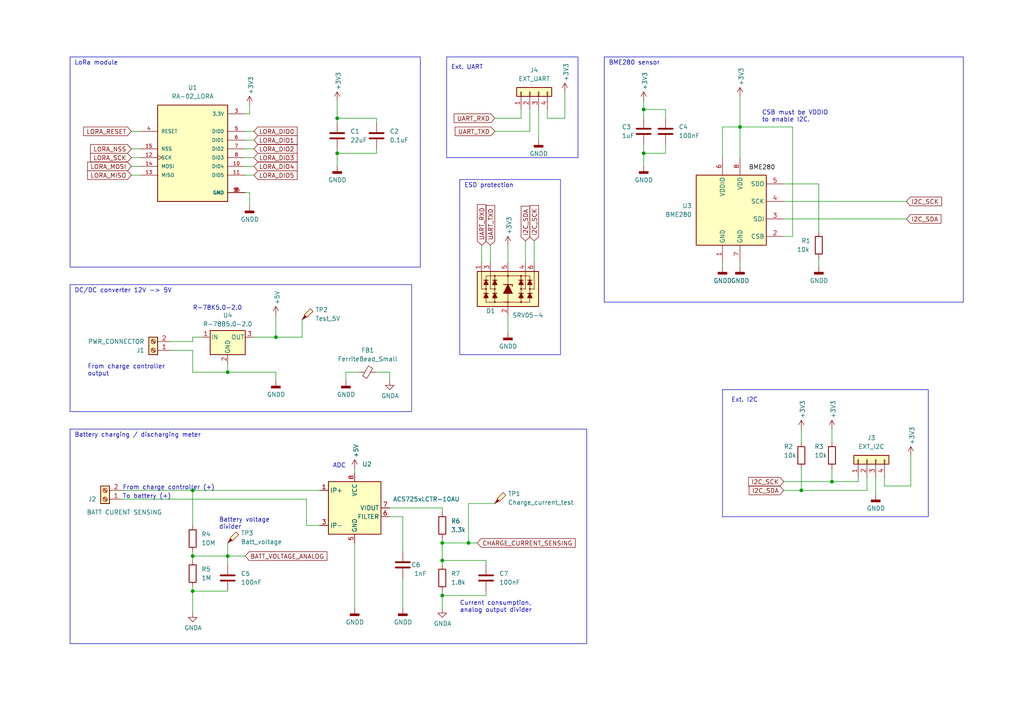
<source format=kicad_sch>
(kicad_sch (version 20230121) (generator eeschema)
  (paper "A4")
  (lib_symbols
    (symbol "Connector:Screw_Terminal_01x02" (pin_names (offset 1.016) hide)
      (property "Reference" "J" (at 0 2.54 0))
      (property "Value" "Screw_Terminal_01x02" (at 0 -5.08 0))
      (symbol "Screw_Terminal_01x02_1_1"
        (rectangle (start -1.27 1.27) (end 1.27 -3.81) (stroke (width 0.254)) (fill (type background)))
        (circle (center 0 -2.54) (radius 0.635) (stroke (width 0.1524)))
        (polyline (pts (xy -0.5334 -2.2098) (xy 0.3302 -3.048)) (stroke (width 0.1524)))
        (polyline (pts (xy -0.5334 0.3302) (xy 0.3302 -0.508)) (stroke (width 0.1524)))
        (polyline (pts (xy -0.3556 -2.032) (xy 0.508 -2.8702)) (stroke (width 0.1524)))
        (polyline (pts (xy -0.3556 0.508) (xy 0.508 -0.3302)) (stroke (width 0.1524)))
        (circle (center 0 0) (radius 0.635) (stroke (width 0.1524)))
        (pin passive line (at -5.08 0 0) (length 3.81) (name "Pin_1") (number "1"))
        (pin passive line (at -5.08 -2.54 0) (length 3.81) (name "Pin_2") (number "2"))
      )
    )
    (symbol "Connector:TestPoint_Probe" (pin_numbers hide) (pin_names (offset 0.762) hide)
      (property "Reference" "TP" (at 1.651 5.842 0))
      (property "Value" "TestPoint_Probe" (at 1.651 4.064 0))
      (symbol "TestPoint_Probe_0_1"
        (polyline (pts (xy 1.27 0.762) (xy 0 0) (xy 0.762 1.27) (xy 1.27 0.762)) (fill (type outline)))
        (polyline (pts (xy 1.397 0.635) (xy 0.635 1.397) (xy 2.413 3.175) (xy 3.175 2.413) (xy 1.397 0.635)) (fill (type background)))
      )
      (symbol "TestPoint_Probe_1_1"
        (pin passive line (at 0 0 90) (length 0) (name "1") (number "1"))
      )
    )
    (symbol "Connector_Generic:Conn_01x04" (pin_names (offset 1.016) hide)
      (property "Reference" "J" (at 0 5.08 0))
      (property "Value" "Conn_01x04" (at 0 -7.62 0))
      (symbol "Conn_01x04_1_1"
        (rectangle (start -1.27 -4.953) (end 0 -5.207) (stroke (width 0.1524)))
        (rectangle (start -1.27 -2.413) (end 0 -2.667) (stroke (width 0.1524)))
        (rectangle (start -1.27 0.127) (end 0 -0.127) (stroke (width 0.1524)))
        (rectangle (start -1.27 2.667) (end 0 2.413) (stroke (width 0.1524)))
        (rectangle (start -1.27 3.81) (end 1.27 -6.35) (stroke (width 0.254)) (fill (type background)))
        (pin passive line (at -5.08 2.54 0) (length 3.81) (name "Pin_1") (number "1"))
        (pin passive line (at -5.08 0 0) (length 3.81) (name "Pin_2") (number "2"))
        (pin passive line (at -5.08 -2.54 0) (length 3.81) (name "Pin_3") (number "3"))
        (pin passive line (at -5.08 -5.08 0) (length 3.81) (name "Pin_4") (number "4"))
      )
    )
    (symbol "Device:C" (pin_numbers hide) (pin_names (offset 0.254))
      (property "Reference" "C" (at 0.635 2.54 0))
      (property "Value" "C" (at 0.635 -2.54 0))
      (symbol "C_0_1"
        (polyline (pts (xy -2.032 -0.762) (xy 2.032 -0.762)) (stroke (width 0.508)))
        (polyline (pts (xy -2.032 0.762) (xy 2.032 0.762)) (stroke (width 0.508)))
      )
      (symbol "C_1_1"
        (pin passive line (at 0 3.81 270) (length 2.794) (name "~") (number "1"))
        (pin passive line (at 0 -3.81 90) (length 2.794) (name "~") (number "2"))
      )
    )
    (symbol "Device:FerriteBead_Small" (pin_numbers hide) (pin_names (offset 0))
      (property "Reference" "FB" (at 1.905 1.27 0))
      (property "Value" "FerriteBead_Small" (at 1.905 -1.27 0))
      (symbol "FerriteBead_Small_0_1"
        (polyline (pts (xy 0 -1.27) (xy 0 -0.7874)))
        (polyline (pts (xy 0 0.889) (xy 0 1.2954)))
        (polyline (pts (xy -1.8288 0.2794) (xy -1.1176 1.4986) (xy 1.8288 -0.2032) (xy 1.1176 -1.4224) (xy -1.8288 0.2794)))
      )
      (symbol "FerriteBead_Small_1_1"
        (pin passive line (at 0 2.54 270) (length 1.27) (name "~") (number "1"))
        (pin passive line (at 0 -2.54 90) (length 1.27) (name "~") (number "2"))
      )
    )
    (symbol "Device:R" (pin_numbers hide) (pin_names (offset 0))
      (property "Reference" "R" (at 2.032 0 90))
      (property "Value" "R" (at 0 0 90))
      (symbol "R_0_1"
        (rectangle (start -1.016 -2.54) (end 1.016 2.54) (stroke (width 0.254)))
      )
      (symbol "R_1_1"
        (pin passive line (at 0 3.81 270) (length 1.27) (name "~") (number "1"))
        (pin passive line (at 0 -3.81 90) (length 1.27) (name "~") (number "2"))
      )
    )
    (symbol "PCM_Diode_TVS_AKL:SRV05-4" (pin_names (offset 1.016) hide)
      (property "Reference" "D" (at 10.16 1.27 0))
      (property "Value" "SRV05-4" (at 10.16 -1.27 0))
      (symbol "SRV05-4_0_1"
        (rectangle (start -8.89 5.08) (end 8.89 -5.08) (stroke (width 0.254)) (fill (type background)))
        (circle (center -3.81 0) (radius 0.1778) (fill (type outline)))
        (polyline (pts (xy -5.715 -1.27) (xy -6.985 -1.27)) (stroke (width 0.254)))
        (polyline (pts (xy -5.715 2.54) (xy -6.985 2.54)) (stroke (width 0.254)))
        (polyline (pts (xy -5.08 0) (xy -5.08 5.08)))
        (polyline (pts (xy -3.81 -1.27) (xy -3.81 1.27)))
        (polyline (pts (xy -3.81 0) (xy -5.08 0)))
        (polyline (pts (xy -3.175 -1.27) (xy -4.445 -1.27)) (stroke (width 0.254)))
        (polyline (pts (xy -3.175 2.54) (xy -4.445 2.54)) (stroke (width 0.254)))
        (polyline (pts (xy 0 -1.27) (xy 0 -5.08)))
        (polyline (pts (xy 0 1.27) (xy 0 5.08)) (stroke (width 0.1524)))
        (polyline (pts (xy 3.81 -1.27) (xy 3.81 1.27)))
        (polyline (pts (xy 3.81 0) (xy 5.08 0)))
        (polyline (pts (xy 3.81 3.81) (xy 6.35 3.81)) (stroke (width 0.1524)))
        (polyline (pts (xy 4.445 -1.27) (xy 3.175 -1.27)) (stroke (width 0.254)))
        (polyline (pts (xy 4.445 2.54) (xy 3.175 2.54)) (stroke (width 0.254)))
        (polyline (pts (xy 5.08 0) (xy 5.08 5.08)))
        (polyline (pts (xy 6.35 3.81) (xy 6.35 -3.81)) (stroke (width 0.1524)))
        (polyline (pts (xy 6.985 -1.27) (xy 5.715 -1.27)) (stroke (width 0.254)))
        (polyline (pts (xy 6.985 2.54) (xy 5.715 2.54)) (stroke (width 0.254)))
        (polyline (pts (xy 6.35 -3.81) (xy -1.27 -3.81) (xy 0 -3.81)) (stroke (width 0.1524)))
        (polyline (pts (xy -6.35 -1.27) (xy -5.715 -2.54) (xy -6.985 -2.54) (xy -6.35 -1.27)) (stroke (width 0.254)) (fill (type outline)))
        (polyline (pts (xy -6.35 2.54) (xy -5.715 1.27) (xy -6.985 1.27) (xy -6.35 2.54)) (stroke (width 0.254)) (fill (type outline)))
        (polyline (pts (xy -3.81 -1.27) (xy -3.175 -2.54) (xy -4.445 -2.54) (xy -3.81 -1.27)) (stroke (width 0.254)) (fill (type outline)))
        (polyline (pts (xy -3.81 2.54) (xy -3.81 3.81) (xy 3.81 3.81) (xy 3.81 2.54)))
        (polyline (pts (xy -3.81 2.54) (xy -3.175 1.27) (xy -4.445 1.27) (xy -3.81 2.54)) (stroke (width 0.254)) (fill (type outline)))
        (polyline (pts (xy 0 -3.81) (xy -6.35 -3.81) (xy -6.35 3.81) (xy -3.81 3.81)))
        (polyline (pts (xy 3.81 -1.27) (xy 4.445 -2.54) (xy 3.175 -2.54) (xy 3.81 -1.27)) (stroke (width 0.254)) (fill (type outline)))
        (polyline (pts (xy 3.81 2.54) (xy 4.445 1.27) (xy 3.175 1.27) (xy 3.81 2.54)) (stroke (width 0.254)) (fill (type outline)))
        (polyline (pts (xy 6.35 -1.27) (xy 6.985 -2.54) (xy 5.715 -2.54) (xy 6.35 -1.27)) (stroke (width 0.254)) (fill (type outline)))
        (polyline (pts (xy 6.35 2.54) (xy 6.985 1.27) (xy 5.715 1.27) (xy 6.35 2.54)) (stroke (width 0.254)) (fill (type outline)))
        (circle (center 0 3.81) (radius 0.1778) (fill (type outline)))
        (circle (center 3.81 0) (radius 0.1778) (fill (type outline)))
      )
      (symbol "SRV05-4_1_1"
        (circle (center -6.35 0) (radius 0.1778) (fill (type outline)))
        (circle (center -3.81 -3.81) (radius 0.1778) (fill (type outline)))
        (circle (center -3.81 3.81) (radius 0.1778) (fill (type outline)))
        (circle (center 0 -3.81) (radius 0.1778) (fill (type outline)))
        (polyline (pts (xy -7.62 0) (xy -7.62 5.08)))
        (polyline (pts (xy -6.35 0) (xy -7.62 0)))
        (polyline (pts (xy -3.81 -3.81) (xy -3.81 -1.27)))
        (polyline (pts (xy -3.81 1.27) (xy -3.81 3.81)))
        (polyline (pts (xy -1.27 1.27) (xy 1.27 1.27)) (stroke (width 0.254)))
        (polyline (pts (xy 0 -1.27) (xy 0 1.27)))
        (polyline (pts (xy 1.27 1.27) (xy 1.27 0.762)) (stroke (width 0.254)))
        (polyline (pts (xy 3.81 -3.81) (xy 3.81 -1.27)))
        (polyline (pts (xy 3.81 1.27) (xy 3.81 3.81)))
        (polyline (pts (xy 6.35 0) (xy 7.62 0)))
        (polyline (pts (xy 7.62 0) (xy 7.62 5.08)))
        (polyline (pts (xy 1.27 -1.27) (xy -1.27 -1.27) (xy 0 1.27) (xy 1.27 -1.27)) (stroke (width 0.254)) (fill (type outline)))
        (circle (center 3.81 -3.81) (radius 0.1778) (fill (type outline)))
        (circle (center 3.81 3.81) (radius 0.1778) (fill (type outline)))
        (circle (center 6.35 0) (radius 0.1778) (fill (type outline)))
        (pin passive line (at -7.62 7.62 270) (length 2.54) (name "L1") (number "1"))
        (pin passive line (at 0 -7.62 90) (length 2.54) (name "VN") (number "2"))
        (pin passive line (at -5.08 7.62 270) (length 2.54) (name "L2") (number "3"))
        (pin passive line (at 5.08 7.62 270) (length 2.54) (name "L3") (number "4"))
        (pin passive line (at 0 7.62 270) (length 2.54) (name "VP") (number "5"))
        (pin passive line (at 7.62 7.62 270) (length 2.54) (name "L4") (number "6"))
      )
    )
    (symbol "RA-02_LORA:RA-02_LORA" (pin_names (offset 1.016))
      (property "Reference" "U" (at -10.16 16.51 0))
      (property "Value" "RA-02_LORA" (at -10.16 -13.97 0))
      (symbol "RA-02_LORA_0_0"
        (rectangle (start -10.16 -12.7) (end 10.16 15.24) (stroke (width 0.254)) (fill (type background)))
        (pin power_in line (at 15.24 -10.16 180) (length 5.08) (name "GND") (number "1"))
        (pin bidirectional line (at 15.24 -2.54 180) (length 5.08) (name "DI04") (number "10"))
        (pin bidirectional line (at 15.24 -5.08 180) (length 5.08) (name "DI05") (number "11"))
        (pin input clock (at -15.24 0 0) (length 5.08) (name "SCK") (number "12"))
        (pin output line (at -15.24 -5.08 0) (length 5.08) (name "MISO") (number "13"))
        (pin input line (at -15.24 -2.54 0) (length 5.08) (name "MOSI") (number "14"))
        (pin input line (at -15.24 2.54 0) (length 5.08) (name "NSS") (number "15"))
        (pin power_in line (at 15.24 -10.16 180) (length 5.08) (name "GND") (number "16"))
        (pin power_in line (at 15.24 -10.16 180) (length 5.08) (name "GND") (number "2"))
        (pin power_in line (at 15.24 12.7 180) (length 5.08) (name "3.3V") (number "3"))
        (pin input line (at -15.24 7.62 0) (length 5.08) (name "RESET") (number "4"))
        (pin bidirectional line (at 15.24 7.62 180) (length 5.08) (name "DI00") (number "5"))
        (pin bidirectional line (at 15.24 5.08 180) (length 5.08) (name "DI01") (number "6"))
        (pin bidirectional line (at 15.24 2.54 180) (length 5.08) (name "DI02") (number "7"))
        (pin bidirectional line (at 15.24 0 180) (length 5.08) (name "DI03") (number "8"))
        (pin power_in line (at 15.24 -10.16 180) (length 5.08) (name "GND") (number "9"))
      )
    )
    (symbol "Regulator_Switching:R-78B5.0-2.0" (pin_names (offset 0.254))
      (property "Reference" "U" (at -3.81 3.175 0))
      (property "Value" "R-78B5.0-2.0" (at 0 3.175 0))
      (symbol "R-78B5.0-2.0_0_1"
        (rectangle (start -5.08 1.905) (end 5.08 -5.08) (stroke (width 0.254)) (fill (type background)))
      )
      (symbol "R-78B5.0-2.0_1_1"
        (pin power_in line (at -7.62 0 0) (length 2.54) (name "IN") (number "1"))
        (pin power_in line (at 0 -7.62 90) (length 2.54) (name "GND") (number "2"))
        (pin power_out line (at 7.62 0 180) (length 2.54) (name "OUT") (number "3"))
      )
    )
    (symbol "Sensor:BME280"
      (property "Reference" "U" (at -8.89 11.43 0))
      (property "Value" "BME280" (at 7.62 11.43 0))
      (symbol "BME280_0_1"
        (rectangle (start -10.16 10.16) (end 10.16 -10.16) (stroke (width 0.254)) (fill (type background)))
      )
      (symbol "BME280_1_1"
        (pin power_in line (at -2.54 -15.24 90) (length 5.08) (name "GND") (number "1"))
        (pin input line (at 15.24 -7.62 180) (length 5.08) (name "CSB") (number "2"))
        (pin bidirectional line (at 15.24 -2.54 180) (length 5.08) (name "SDI") (number "3"))
        (pin input line (at 15.24 2.54 180) (length 5.08) (name "SCK") (number "4"))
        (pin bidirectional line (at 15.24 7.62 180) (length 5.08) (name "SDO") (number "5"))
        (pin power_in line (at -2.54 15.24 270) (length 5.08) (name "VDDIO") (number "6"))
        (pin power_in line (at 2.54 -15.24 90) (length 5.08) (name "GND") (number "7"))
        (pin power_in line (at 2.54 15.24 270) (length 5.08) (name "VDD") (number "8"))
      )
    )
    (symbol "Sensor_Current:ACS725xLCTR-10AU"
      (property "Reference" "U" (at 2.54 11.43 0))
      (property "Value" "ACS725xLCTR-10AU" (at 2.54 8.89 0))
      (symbol "ACS725xLCTR-10AU_0_1"
        (rectangle (start -7.62 7.62) (end 7.62 -7.62) (stroke (width 0.254)) (fill (type background)))
      )
      (symbol "ACS725xLCTR-10AU_1_1"
        (pin passive line (at -10.16 5.08 0) (length 2.54) (name "IP+") (number "1"))
        (pin passive line (at -10.16 5.08 0) (length 2.54) hide (name "IP+") (number "2"))
        (pin passive line (at -10.16 -5.08 0) (length 2.54) (name "IP-") (number "3"))
        (pin passive line (at -10.16 -5.08 0) (length 2.54) hide (name "IP-") (number "4"))
        (pin power_in line (at 0 -10.16 90) (length 2.54) (name "GND") (number "5"))
        (pin passive line (at 10.16 -2.54 180) (length 2.54) (name "FILTER") (number "6"))
        (pin output line (at 10.16 0 180) (length 2.54) (name "VIOUT") (number "7"))
        (pin power_in line (at 0 10.16 270) (length 2.54) (name "VCC") (number "8"))
      )
    )
    (symbol "power:+3.3V" (power) (pin_names (offset 0))
      (property "Value" "+3.3V" (at 0 3.556 0))
      (symbol "+3.3V_0_1"
        (polyline (pts (xy -0.762 1.27) (xy 0 2.54)))
        (polyline (pts (xy 0 0) (xy 0 2.54)))
        (polyline (pts (xy 0 2.54) (xy 0.762 1.27)))
      )
      (symbol "+3.3V_1_1"
        (pin power_in line (at 0 0 90) (length 0) hide (name "+3V3") (number "1"))
      )
    )
    (symbol "power:+5V" (power) (pin_names (offset 0))
      (property "Value" "+5V" (at 0 3.556 0))
      (symbol "+5V_0_1"
        (polyline (pts (xy -0.762 1.27) (xy 0 2.54)))
        (polyline (pts (xy 0 0) (xy 0 2.54)))
        (polyline (pts (xy 0 2.54) (xy 0.762 1.27)))
      )
      (symbol "+5V_1_1"
        (pin power_in line (at 0 0 90) (length 0) hide (name "+5V") (number "1"))
      )
    )
    (symbol "power:GNDA" (power) (pin_names (offset 0))
      (property "Value" "GNDA" (at 0 -3.81 0))
      (symbol "GNDA_0_1"
        (polyline (pts (xy 0 0) (xy 0 -1.27) (xy 1.27 -1.27) (xy 0 -2.54) (xy -1.27 -1.27) (xy 0 -1.27)))
      )
      (symbol "GNDA_1_1"
        (pin power_in line (at 0 0 270) (length 0) hide (name "GNDA") (number "1"))
      )
    )
    (symbol "power:GNDD" (power) (pin_names (offset 0))
      (property "Value" "GNDD" (at 0 -3.175 0))
      (symbol "GNDD_0_1"
        (rectangle (start -1.27 -1.524) (end 1.27 -2.032) (stroke (width 0.254)) (fill (type outline)))
        (polyline (pts (xy 0 0) (xy 0 -1.524)))
      )
      (symbol "GNDD_1_1"
        (pin power_in line (at 0 0 270) (length 0) hide (name "GNDD") (number "1"))
      )
    )
  )
  (junction (at 186.69 44.45))
  (junction (at 214.63 36.83))
  (junction (at 135.89 157.48))
  (junction (at 55.88 161.29))
  (junction (at 80.01 97.79))
  (junction (at 55.88 142.24))
  (junction (at 55.88 171.45))
  (junction (at 241.3 139.7))
  (junction (at 186.69 31.75))
  (junction (at 97.79 34.29))
  (junction (at 232.41 142.24))
  (junction (at 128.27 157.48))
  (junction (at 128.27 162.56))
  (junction (at 66.04 161.29))
  (junction (at 66.04 107.95))
  (junction (at 128.27 172.72))
  (junction (at 97.79 44.45))
  (wire (pts (xy 38.1 48.26) (xy 40.64 48.26)))
  (wire (pts (xy 55.88 161.29) (xy 66.04 161.29)))
  (wire (pts (xy 55.88 170.18) (xy 55.88 171.45)))
  (wire (pts (xy 38.1 38.1) (xy 40.64 38.1)))
  (wire (pts (xy 80.01 91.44) (xy 80.01 97.79)))
  (wire (pts (xy 55.88 171.45) (xy 55.88 177.8)))
  (wire (pts (xy 209.55 36.83) (xy 214.63 36.83)))
  (wire (pts (xy 116.84 167.64) (xy 116.84 176.53)))
  (wire (pts (xy 128.27 172.72) (xy 128.27 176.53)))
  (wire (pts (xy 109.22 43.18) (xy 109.22 44.45)))
  (wire (pts (xy 135.89 146.05) (xy 135.89 157.48)))
  (wire (pts (xy 237.49 74.93) (xy 237.49 77.47)))
  (wire (pts (xy 55.88 101.6) (xy 55.88 107.95)))
  (wire (pts (xy 128.27 147.32) (xy 128.27 148.59)))
  (wire (pts (xy 66.04 105.41) (xy 66.04 107.95)))
  (wire (pts (xy 88.9 152.4) (xy 88.9 144.78)))
  (wire (pts (xy 214.63 36.83) (xy 214.63 45.72)))
  (wire (pts (xy 128.27 157.48) (xy 135.89 157.48)))
  (wire (pts (xy 227.33 58.42) (xy 262.89 58.42)))
  (wire (pts (xy 66.04 161.29) (xy 71.12 161.29)))
  (wire (pts (xy 248.92 139.7) (xy 241.3 139.7)))
  (wire (pts (xy 66.04 161.29) (xy 66.04 163.83)))
  (wire (pts (xy 135.89 157.48) (xy 138.43 157.48)))
  (wire (pts (xy 80.01 107.95) (xy 80.01 110.49)))
  (wire (pts (xy 100.33 107.95) (xy 104.14 107.95)))
  (wire (pts (xy 128.27 157.48) (xy 128.27 162.56)))
  (wire (pts (xy 97.79 35.56) (xy 97.79 34.29)))
  (wire (pts (xy 227.33 53.34) (xy 237.49 53.34)))
  (wire (pts (xy 113.03 147.32) (xy 128.27 147.32)))
  (wire (pts (xy 186.69 31.75) (xy 193.04 31.75)))
  (wire (pts (xy 35.56 144.78) (xy 88.9 144.78)))
  (wire (pts (xy 49.53 101.6) (xy 55.88 101.6)))
  (wire (pts (xy 193.04 34.29) (xy 193.04 31.75)))
  (wire (pts (xy 128.27 172.72) (xy 140.97 172.72)))
  (wire (pts (xy 97.79 34.29) (xy 109.22 34.29)))
  (wire (pts (xy 209.55 45.72) (xy 209.55 36.83)))
  (wire (pts (xy 241.3 135.89) (xy 241.3 139.7)))
  (wire (pts (xy 87.63 92.71) (xy 87.63 97.79)))
  (wire (pts (xy 71.12 45.72) (xy 73.66 45.72)))
  (wire (pts (xy 49.53 99.06) (xy 55.88 99.06)))
  (wire (pts (xy 237.49 53.34) (xy 237.49 67.31)))
  (wire (pts (xy 232.41 142.24) (xy 251.46 142.24)))
  (wire (pts (xy 97.79 29.21) (xy 97.79 34.29)))
  (wire (pts (xy 186.69 41.91) (xy 186.69 44.45)))
  (wire (pts (xy 241.3 139.7) (xy 227.33 139.7)))
  (wire (pts (xy 113.03 149.86) (xy 116.84 149.86)))
  (wire (pts (xy 128.27 162.56) (xy 140.97 162.56)))
  (wire (pts (xy 264.16 132.08) (xy 264.16 140.97)))
  (wire (pts (xy 229.87 36.83) (xy 214.63 36.83)))
  (wire (pts (xy 151.13 34.29) (xy 143.51 34.29)))
  (wire (pts (xy 55.88 142.24) (xy 55.88 152.4)))
  (wire (pts (xy 143.51 38.1) (xy 153.67 38.1)))
  (wire (pts (xy 163.83 26.67) (xy 163.83 34.29)))
  (wire (pts (xy 214.63 77.47) (xy 214.63 76.2)))
  (wire (pts (xy 264.16 140.97) (xy 256.54 140.97)))
  (wire (pts (xy 87.63 97.79) (xy 80.01 97.79)))
  (wire (pts (xy 151.13 31.75) (xy 151.13 34.29)))
  (wire (pts (xy 128.27 162.56) (xy 128.27 163.83)))
  (wire (pts (xy 186.69 44.45) (xy 186.69 48.26)))
  (wire (pts (xy 128.27 156.21) (xy 128.27 157.48)))
  (wire (pts (xy 71.12 40.64) (xy 73.66 40.64)))
  (wire (pts (xy 55.88 171.45) (xy 66.04 171.45)))
  (wire (pts (xy 66.04 107.95) (xy 80.01 107.95)))
  (wire (pts (xy 128.27 171.45) (xy 128.27 172.72)))
  (wire (pts (xy 55.88 107.95) (xy 66.04 107.95)))
  (wire (pts (xy 139.7 71.12) (xy 139.7 76.2)))
  (wire (pts (xy 154.94 69.85) (xy 154.94 76.2)))
  (wire (pts (xy 55.88 99.06) (xy 55.88 97.79)))
  (wire (pts (xy 153.67 38.1) (xy 153.67 31.75)))
  (wire (pts (xy 66.04 157.48) (xy 66.04 161.29)))
  (wire (pts (xy 113.03 107.95) (xy 113.03 110.49)))
  (wire (pts (xy 35.56 142.24) (xy 55.88 142.24)))
  (wire (pts (xy 71.12 38.1) (xy 73.66 38.1)))
  (wire (pts (xy 71.12 55.88) (xy 72.39 55.88)))
  (wire (pts (xy 229.87 68.58) (xy 229.87 36.83)))
  (wire (pts (xy 186.69 31.75) (xy 186.69 34.29)))
  (wire (pts (xy 109.22 34.29) (xy 109.22 35.56)))
  (wire (pts (xy 73.66 97.79) (xy 80.01 97.79)))
  (wire (pts (xy 97.79 44.45) (xy 109.22 44.45)))
  (wire (pts (xy 186.69 44.45) (xy 193.04 44.45)))
  (wire (pts (xy 147.32 91.44) (xy 147.32 96.52)))
  (wire (pts (xy 72.39 33.02) (xy 72.39 30.48)))
  (wire (pts (xy 38.1 43.18) (xy 40.64 43.18)))
  (wire (pts (xy 55.88 142.24) (xy 92.71 142.24)))
  (wire (pts (xy 251.46 142.24) (xy 251.46 138.43)))
  (wire (pts (xy 97.79 44.45) (xy 97.79 48.26)))
  (wire (pts (xy 55.88 97.79) (xy 58.42 97.79)))
  (wire (pts (xy 140.97 171.45) (xy 140.97 172.72)))
  (wire (pts (xy 256.54 140.97) (xy 256.54 138.43)))
  (wire (pts (xy 71.12 48.26) (xy 73.66 48.26)))
  (wire (pts (xy 227.33 142.24) (xy 232.41 142.24)))
  (wire (pts (xy 100.33 110.49) (xy 100.33 107.95)))
  (wire (pts (xy 209.55 77.47) (xy 209.55 76.2)))
  (wire (pts (xy 38.1 50.8) (xy 40.64 50.8)))
  (wire (pts (xy 152.4 69.85) (xy 152.4 76.2)))
  (wire (pts (xy 156.21 31.75) (xy 156.21 40.64)))
  (wire (pts (xy 248.92 138.43) (xy 248.92 139.7)))
  (wire (pts (xy 193.04 41.91) (xy 193.04 44.45)))
  (wire (pts (xy 109.22 107.95) (xy 113.03 107.95)))
  (wire (pts (xy 92.71 152.4) (xy 88.9 152.4)))
  (wire (pts (xy 140.97 163.83) (xy 140.97 162.56)))
  (wire (pts (xy 55.88 161.29) (xy 55.88 162.56)))
  (wire (pts (xy 241.3 124.46) (xy 241.3 128.27)))
  (wire (pts (xy 102.87 135.89) (xy 102.87 137.16)))
  (wire (pts (xy 163.83 34.29) (xy 158.75 34.29)))
  (wire (pts (xy 232.41 124.46) (xy 232.41 128.27)))
  (wire (pts (xy 232.41 142.24) (xy 232.41 135.89)))
  (wire (pts (xy 227.33 63.5) (xy 262.89 63.5)))
  (wire (pts (xy 214.63 27.94) (xy 214.63 36.83)))
  (wire (pts (xy 227.33 68.58) (xy 229.87 68.58)))
  (wire (pts (xy 254 138.43) (xy 254 143.51)))
  (wire (pts (xy 143.51 146.05) (xy 135.89 146.05)))
  (wire (pts (xy 147.32 71.12) (xy 147.32 76.2)))
  (wire (pts (xy 71.12 33.02) (xy 72.39 33.02)))
  (wire (pts (xy 102.87 157.48) (xy 102.87 176.53)))
  (wire (pts (xy 38.1 45.72) (xy 40.64 45.72)))
  (wire (pts (xy 71.12 50.8) (xy 73.66 50.8)))
  (wire (pts (xy 142.24 71.12) (xy 142.24 76.2)))
  (wire (pts (xy 72.39 55.88) (xy 72.39 59.69)))
  (wire (pts (xy 158.75 34.29) (xy 158.75 31.75)))
  (wire (pts (xy 186.69 29.21) (xy 186.69 31.75)))
  (wire (pts (xy 97.79 43.18) (xy 97.79 44.45)))
  (wire (pts (xy 116.84 149.86) (xy 116.84 160.02)))
  (wire (pts (xy 71.12 43.18) (xy 73.66 43.18)))
  (wire (pts (xy 55.88 160.02) (xy 55.88 161.29)))
  (rectangle (start 20.32 16.51) (end 121.92 77.47))
  (rectangle (start 209.55 113.03) (end 269.24 149.86))
  (rectangle (start 20.32 82.55) (end 119.38 119.38))
  (rectangle (start 129.54 16.51) (end 167.64 45.72))
  (rectangle (start 175.26 16.51) (end 279.4 87.63))
  (rectangle (start 133.35 52.07) (end 162.56 102.87))
  (rectangle (start 20.32 124.46) (end 170.18 186.69))
  (text "BME280 sensor" (at 176.53 19.05 0) (effects (font (size 1.27 1.27)) (justify left bottom)))
  (text "Ext. I2C" (at 212.09 116.84 0) (effects (font (size 1.27 1.27)) (justify left bottom)))
  (text "R-78K5.0-2.0" (at 55.88 90.17 0) (effects (font (size 1.27 1.27)) (justify left bottom)))
  (text "From charge controller (+)" (at 35.56 142.24 0) (effects (font (size 1.27 1.27)) (justify left bottom)))
  (text "Ext. UART" (at 130.81 20.32 0) (effects (font (size 1.27 1.27)) (justify left bottom)))
  (text "ADC" (at 96.52 135.89 0) (effects (font (size 1.27 1.27)) (justify left bottom)))
  (text "ESD protection" (at 134.62 54.61 0) (effects (font (size 1.27 1.27)) (justify left bottom)))
  (text "Battery voltage\ndivider\n" (at 63.5 153.67 0) (effects (font (size 1.27 1.27)) (justify left bottom)))
  (text "Current consumption,\nanalog output divider\n" (at 133.35 177.8 0) (effects (font (size 1.27 1.27)) (justify left bottom)))
  (text "DC/DC converter 12V -> 5V" (at 21.59 85.09 0) (effects (font (size 1.27 1.27)) (justify left bottom)))
  (text "To battery (+)" (at 35.56 144.78 0) (effects (font (size 1.27 1.27)) (justify left bottom)))
  (text "LoRa module" (at 21.59 19.05 0) (effects (font (size 1.27 1.27)) (justify left bottom)))
  (text "CSB must be VDDIO\nto enable I2C." (at 220.98 35.56 0) (effects (font (size 1.27 1.27)) (justify left bottom)))
  (text "From charge controller\noutput" (at 25.4 109.22 0) (effects (font (size 1.27 1.27)) (justify left bottom)))
  (text "Battery charging / discharging meter" (at 21.59 127 0) (effects (font (size 1.27 1.27)) (justify left bottom)))
  (label "BME280" (at 217.17 49.53 0))
  (global_label "UART_TXD" (shape input) (at 143.51 38.1 180) (property "Intersheetrefs" "${INTERSHEET_REFS}" (effects hide)))
  (global_label "I2C_SDA" (shape input) (at 227.33 142.24 180) (property "Intersheetrefs" "${INTERSHEET_REFS}" (effects hide)))
  (global_label "LORA_MISO" (shape input) (at 38.1 50.8 180) (property "Intersheetrefs" "${INTERSHEET_REFS}" (effects hide)))
  (global_label "BATT_VOLTAGE_ANALOG" (shape input) (at 71.12 161.29 0) (property "Intersheetrefs" "${INTERSHEET_REFS}" (effects hide)))
  (global_label "LORA_DIO2" (shape input) (at 73.66 43.18 0) (property "Intersheetrefs" "${INTERSHEET_REFS}" (effects hide)))
  (global_label "I2C_SDA" (shape input) (at 152.4 69.85 90) (property "Intersheetrefs" "${INTERSHEET_REFS}" (effects hide)))
  (global_label "LORA_NSS" (shape input) (at 38.1 43.18 180) (property "Intersheetrefs" "${INTERSHEET_REFS}" (effects hide)))
  (global_label "LORA_DIO3" (shape input) (at 73.66 45.72 0) (property "Intersheetrefs" "${INTERSHEET_REFS}" (effects hide)))
  (global_label "I2C_SCK" (shape input) (at 262.89 58.42 0) (property "Intersheetrefs" "${INTERSHEET_REFS}" (effects hide)))
  (global_label "LORA_DIO0" (shape input) (at 73.66 38.1 0) (property "Intersheetrefs" "${INTERSHEET_REFS}" (effects hide)))
  (global_label "LORA_DIO5" (shape input) (at 73.66 50.8 0) (property "Intersheetrefs" "${INTERSHEET_REFS}" (effects hide)))
  (global_label "CHARGE_CURRENT_SENSING" (shape input) (at 138.43 157.48 0) (property "Intersheetrefs" "${INTERSHEET_REFS}" (effects hide)))
  (global_label "I2C_SDA" (shape input) (at 262.89 63.5 0) (property "Intersheetrefs" "${INTERSHEET_REFS}" (effects hide)))
  (global_label "I2C_SCK" (shape input) (at 227.33 139.7 180) (property "Intersheetrefs" "${INTERSHEET_REFS}" (effects hide)))
  (global_label "UART_TXD" (shape input) (at 142.24 71.12 90) (property "Intersheetrefs" "${INTERSHEET_REFS}" (effects hide)))
  (global_label "LORA_RESET" (shape input) (at 38.1 38.1 180) (property "Intersheetrefs" "${INTERSHEET_REFS}" (effects hide)))
  (global_label "LORA_SCK" (shape input) (at 38.1 45.72 180) (property "Intersheetrefs" "${INTERSHEET_REFS}" (effects hide)))
  (global_label "UART_RXD" (shape input) (at 143.51 34.29 180) (property "Intersheetrefs" "${INTERSHEET_REFS}" (effects hide)))
  (global_label "UART_RXD" (shape input) (at 139.7 71.12 90) (property "Intersheetrefs" "${INTERSHEET_REFS}" (effects hide)))
  (global_label "LORA_MOSI" (shape input) (at 38.1 48.26 180) (property "Intersheetrefs" "${INTERSHEET_REFS}" (effects hide)))
  (global_label "LORA_DIO4" (shape input) (at 73.66 48.26 0) (property "Intersheetrefs" "${INTERSHEET_REFS}" (effects hide)))
  (global_label "I2C_SCK" (shape input) (at 154.94 69.85 90) (property "Intersheetrefs" "${INTERSHEET_REFS}" (effects hide)))
  (global_label "LORA_DIO1" (shape input) (at 73.66 40.64 0) (property "Intersheetrefs" "${INTERSHEET_REFS}" (effects hide)))
  (symbol (lib_id "power:+3.3V") (at 97.79 29.21 0) (unit 1)
    (property "Reference" "#PWR010" (effects hide))
    (property "Value" "+3V3" (at 98.1456 26.162 90) (effects (justify left)))
  )
  (symbol (lib_id "power:GNDD") (at 209.55 77.47 0) (unit 1)
    (property "Reference" "#PWR014" (effects hide))
    (property "Value" "GNDD" (at 209.6008 81.4134 0))
  )
  (symbol (lib_id "Device:R") (at 241.3 132.08 0) (unit 1)
    (property "Reference" "R3" (at 236.22 129.54 0) (effects (justify left)))
    (property "Value" "10k" (at 236.22 132.08 0) (effects (justify left)))
    (property "Footprint" "Resistor_SMD:R_0603_1608Metric" (effects hide))
  )
  (symbol (lib_id "power:GNDD") (at 147.32 96.52 0) (unit 1)
    (property "Reference" "#PWR032" (effects hide))
    (property "Value" "GNDD" (at 147.3708 100.4634 0))
  )
  (symbol (lib_id "power:GNDD") (at 237.49 77.47 0) (unit 1)
    (property "Reference" "#PWR017" (effects hide))
    (property "Value" "GNDD" (at 237.5408 81.4134 0))
  )
  (symbol (lib_id "Device:C") (at 116.84 163.83 0) (unit 1)
    (property "Reference" "C6" (at 120.65 163.83 0))
    (property "Value" "1nF" (at 121.92 166.37 0))
    (property "Footprint" "Capacitor_SMD:C_0603_1608Metric" (effects hide))
  )
  (symbol (lib_id "Device:R") (at 128.27 167.64 0) (unit 1)
    (property "Reference" "R7" (at 130.81 166.37 0) (effects (justify left)))
    (property "Value" "1.8k" (at 130.81 168.91 0) (effects (justify left)))
    (property "Footprint" "Resistor_SMD:R_0603_1608Metric" (effects hide))
  )
  (symbol (lib_id "power:GNDD") (at 156.21 40.64 0) (unit 1)
    (property "Reference" "#PWR030" (effects hide))
    (property "Value" "GNDD" (at 156.2608 44.5834 0))
  )
  (symbol (lib_id "Device:R") (at 128.27 152.4 0) (unit 1)
    (property "Reference" "R6" (at 130.81 151.13 0) (effects (justify left)))
    (property "Value" "3.3k" (at 130.81 153.67 0) (effects (justify left)))
    (property "Footprint" "Resistor_SMD:R_0603_1608Metric" (effects hide))
  )
  (symbol (lib_id "power:+3.3V") (at 186.69 29.21 0) (unit 1)
    (property "Reference" "#PWR025" (effects hide))
    (property "Value" "+3V3" (at 187.0456 26.162 90) (effects (justify left)))
  )
  (symbol (lib_id "power:+5V") (at 80.01 91.44 0) (unit 1)
    (property "Reference" "#PWR012" (effects hide))
    (property "Value" "+5V" (at 80.391 88.392 90) (effects (justify left)))
  )
  (symbol (lib_id "power:+3.3V") (at 241.3 124.46 0) (unit 1)
    (property "Reference" "#PWR020" (effects hide))
    (property "Value" "+3V3" (at 241.6556 121.412 90) (effects (justify left)))
  )
  (symbol (lib_id "Sensor:BME280") (at 212.09 60.96 0) (unit 1)
    (property "Reference" "U3" (at 200.66 59.69 0) (effects (justify right)))
    (property "Value" "BME280" (at 200.66 62.23 0) (effects (justify right)))
    (property "Footprint" "Package_LGA:Bosch_LGA-8_2.5x2.5mm_P0.65mm_ClockwisePinNumbering" (effects hide))
    (property "Datasheet" "https://www.bosch-sensortec.com/media/boschsensortec/downloads/datasheets/bst-bme280-ds002.pdf" (effects hide))
  )
  (symbol (lib_id "power:+3.3V") (at 72.39 30.48 0) (unit 1)
    (property "Reference" "#PWR022" (effects hide))
    (property "Value" "+3V3" (at 72.7456 27.432 90) (effects (justify left)))
  )
  (symbol (lib_id "power:GNDA") (at 128.27 176.53 0) (unit 1)
    (property "Reference" "#PWR05" (effects hide))
    (property "Value" "GNDA" (at 128.3843 180.8544 0))
  )
  (symbol (lib_id "power:GNDD") (at 254 143.51 0) (unit 1)
    (property "Reference" "#PWR029" (effects hide))
    (property "Value" "GNDD" (at 254.0508 147.4534 0))
  )
  (symbol (lib_id "power:+3.3V") (at 264.16 132.08 0) (unit 1)
    (property "Reference" "#PWR028" (effects hide))
    (property "Value" "+3V3" (at 264.5156 129.032 90) (effects (justify left)))
  )
  (symbol (lib_id "Connector:TestPoint_Probe") (at 66.04 157.48 0) (unit 1)
    (property "Reference" "TP3" (at 69.85 154.6225 0) (effects (justify left)))
    (property "Value" "Batt_voltage" (at 69.85 157.1625 0) (effects (justify left)))
    (property "Footprint" "TestPoint:TestPoint_Pad_D1.5mm" (effects hide))
  )
  (symbol (lib_id "Connector:TestPoint_Probe") (at 143.51 146.05 0) (unit 1)
    (property "Reference" "TP1" (at 147.32 143.1925 0) (effects (justify left)))
    (property "Value" "Charge_current_test" (at 147.32 145.7325 0) (effects (justify left)))
    (property "Footprint" "TestPoint:TestPoint_Pad_D1.5mm" (effects hide))
  )
  (symbol (lib_id "power:GNDD") (at 214.63 77.47 0) (unit 1)
    (property "Reference" "#PWR015" (effects hide))
    (property "Value" "GNDD" (at 214.6808 81.4134 0))
  )
  (symbol (lib_id "Device:C") (at 109.22 39.37 0) (unit 1)
    (property "Reference" "C2" (at 113.03 38.1 0) (effects (justify left)))
    (property "Value" "0.1uF" (at 113.03 40.64 0) (effects (justify left)))
    (property "Footprint" "Capacitor_SMD:C_0603_1608Metric" (effects hide))
  )
  (symbol (lib_id "power:GNDD") (at 72.39 59.69 0) (unit 1)
    (property "Reference" "#PWR023" (effects hide))
    (property "Value" "GNDD" (at 72.4408 63.6334 0))
  )
  (symbol (lib_id "Device:C") (at 97.79 39.37 0) (unit 1)
    (property "Reference" "C1" (at 101.6 38.1 0) (effects (justify left)))
    (property "Value" "22uF" (at 101.6 40.64 0) (effects (justify left)))
    (property "Footprint" "Capacitor_SMD:C_0603_1608Metric" (effects hide))
  )
  (symbol (lib_id "Device:C") (at 140.97 167.64 0) (unit 1)
    (property "Reference" "C7" (at 144.78 166.37 0) (effects (justify left)))
    (property "Value" "100nF" (at 144.78 168.91 0) (effects (justify left)))
    (property "Footprint" "Capacitor_SMD:C_0603_1608Metric" (effects hide))
  )
  (symbol (lib_id "Device:C") (at 186.69 38.1 0) (unit 1)
    (property "Reference" "C3" (at 180.34 36.83 0) (effects (justify left)))
    (property "Value" "1uF" (at 180.34 39.37 0) (effects (justify left)))
    (property "Footprint" "Capacitor_SMD:C_0603_1608Metric" (effects hide))
  )
  (symbol (lib_id "power:GNDD") (at 102.87 176.53 0) (unit 1)
    (property "Reference" "#PWR02" (effects hide))
    (property "Value" "GNDD" (at 102.9208 180.4734 0))
  )
  (symbol (lib_id "power:GNDD") (at 116.84 176.53 0) (unit 1)
    (property "Reference" "#PWR024" (effects hide))
    (property "Value" "GNDD" (at 116.8908 180.4734 0))
  )
  (symbol (lib_id "power:+3.3V") (at 147.32 71.12 0) (unit 1)
    (property "Reference" "#PWR033" (effects hide))
    (property "Value" "+3V3" (at 147.6756 68.072 90) (effects (justify left)))
  )
  (symbol (lib_id "power:GNDA") (at 55.88 177.8 0) (unit 1)
    (property "Reference" "#PWR01" (effects hide))
    (property "Value" "GNDA" (at 55.9943 182.1244 0))
  )
  (symbol (lib_id "Regulator_Switching:R-78B5.0-2.0") (at 66.04 97.79 0) (unit 1)
    (property "Reference" "U4" (at 66.04 91.44 0))
    (property "Value" "R-78B5.0-2.0" (at 66.04 93.98 0))
    (property "Footprint" "Converter_DCDC:Converter_DCDC_RECOM_R-78HB-0.5L_THT" (effects hide))
    (property "Datasheet" "https://www.recom-power.com/pdf/Innoline/R-78Bxx-2.0.pdf" (effects hide))
  )
  (symbol (lib_id "Device:C") (at 66.04 167.64 0) (unit 1)
    (property "Reference" "C5" (at 69.85 166.37 0) (effects (justify left)))
    (property "Value" "100nF" (at 69.85 168.91 0) (effects (justify left)))
    (property "Footprint" "Capacitor_SMD:C_0603_1608Metric" (effects hide))
  )
  (symbol (lib_id "power:+3.3V") (at 163.83 26.67 0) (unit 1)
    (property "Reference" "#PWR031" (effects hide))
    (property "Value" "+3V3" (at 164.1856 23.622 90) (effects (justify left)))
  )
  (symbol (lib_id "Connector_Generic:Conn_01x04") (at 153.67 26.67 90) (unit 1)
    (property "Reference" "J4" (at 154.94 20.32 90))
    (property "Value" "EXT_UART" (at 154.94 22.86 90))
    (property "Footprint" "Connector_PinHeader_2.54mm:PinHeader_1x04_P2.54mm_Vertical" (effects hide))
  )
  (symbol (lib_id "Connector:Screw_Terminal_01x02") (at 30.48 144.78 180) (unit 1)
    (property "Reference" "J2" (at 27.94 144.78 0) (effects (justify left)))
    (property "Value" "BATT CURENT SENSING" (at 46.99 148.59 0) (effects (justify left)))
    (property "Footprint" "TerminalBlock_Phoenix:TerminalBlock_Phoenix_PT-1,5-2-3.5-H_1x02_P3.50mm_Horizontal" (effects hide))
  )
  (symbol (lib_id "Device:FerriteBead_Small") (at 106.68 107.95 90) (unit 1)
    (property "Reference" "FB1" (at 106.6419 101.6 90))
    (property "Value" "FerriteBead_Small" (at 106.6419 104.14 90))
    (property "Footprint" "PCM_Ferrite_SMD_AKL:Ferrite_0603_1608Metric" (effects hide))
  )
  (symbol (lib_id "Connector_Generic:Conn_01x04") (at 251.46 133.35 90) (unit 1)
    (property "Reference" "J3" (at 252.73 127 90))
    (property "Value" "EXT_I2C" (at 252.73 129.54 90))
    (property "Footprint" "Connector_PinHeader_2.54mm:PinHeader_1x04_P2.54mm_Vertical" (effects hide))
  )
  (symbol (lib_id "PCM_Diode_TVS_AKL:SRV05-4") (at 147.32 83.82 0) (unit 1)
    (property "Reference" "D1" (at 140.97 90.17 0) (effects (justify left)))
    (property "Value" "SRV05-4" (at 148.59 91.44 0) (effects (justify left)))
    (property "Footprint" "Package_TO_SOT_SMD:SOT-23-6" (effects hide))
    (property "Datasheet" "https://www.tme.eu/Document/92be68a8ae546e7ce666ecbdb0470493/SRV05-4.pdf" (effects hide))
    (property "Link" "https://www.mouser.pl/ProductDetail/Semtech/SRV05-4.TCT?qs=rBWM4%252BvDhIe0tfPjqKjR5Q%3D%3D" (effects hide))
    (property "Symbol" "SRV05-4.TCT" (effects hide))
  )
  (symbol (lib_id "RA-02_LORA:RA-02_LORA") (at 55.88 45.72 0) (unit 1)
    (property "Reference" "U1" (at 55.88 25.4 0))
    (property "Value" "RA-02_LORA" (at 55.88 27.94 0))
    (property "Footprint" "RA-02_LORA:MODULE_RA-02_LORA" (effects hide))
    (property "MF" "AI-Thinker" (effects hide))
    (property "MAXIMUM_PACKAGE_HEIGHT" "3.3mm" (effects hide))
    (property "Package" "None" (effects hide))
    (property "Price" "None" (effects hide))
    (property "Check_prices" "https://www.snapeda.com/parts/Ra-02%20LoRa/AI-Thinker/view-part/?ref=eda" (effects hide))
    (property "STANDARD" "Manufacturer Recommendations" (effects hide))
    (property "PARTREV" "2018/03/02" (effects hide))
    (property "SnapEDA_Link" "https://www.snapeda.com/parts/Ra-02%20LoRa/AI-Thinker/view-part/?ref=snap" (effects hide))
    (property "MP" "Ra-02 LoRa" (effects hide))
    (property "Description" "\nRa-02 LoRa RF M5Stack Platform Evaluation Expansion Board\n" (effects hide))
    (property "Availability" "Not in stock" (effects hide))
    (property "MANUFACTURER" "Ai-Thinker" (effects hide))
  )
  (symbol (lib_id "Connector:TestPoint_Probe") (at 87.63 92.71 0) (unit 1)
    (property "Reference" "TP2" (at 91.44 89.8525 0) (effects (justify left)))
    (property "Value" "Test_5V" (at 91.44 92.3925 0) (effects (justify left)))
    (property "Footprint" "TestPoint:TestPoint_Pad_D1.5mm" (effects hide))
  )
  (symbol (lib_id "power:GNDD") (at 186.69 48.26 0) (unit 1)
    (property "Reference" "#PWR013" (effects hide))
    (property "Value" "GNDD" (at 186.7408 52.2034 0))
  )
  (symbol (lib_id "power:+5V") (at 102.87 135.89 0) (unit 1)
    (property "Reference" "#PWR03" (effects hide))
    (property "Value" "+5V" (at 103.251 132.842 90) (effects (justify left)))
  )
  (symbol (lib_id "power:GNDA") (at 113.03 110.49 0) (unit 1)
    (property "Reference" "#PWR027" (effects hide))
    (property "Value" "GNDA" (at 113.1443 114.8144 0))
  )
  (symbol (lib_id "power:GNDD") (at 80.01 110.49 0) (unit 1)
    (property "Reference" "#PWR021" (effects hide))
    (property "Value" "GNDD" (at 80.0608 114.4334 0))
  )
  (symbol (lib_id "power:+3.3V") (at 214.63 27.94 0) (unit 1)
    (property "Reference" "#PWR016" (effects hide))
    (property "Value" "+3V3" (at 214.9856 24.892 90) (effects (justify left)))
  )
  (symbol (lib_id "power:GNDD") (at 100.33 110.49 0) (unit 1)
    (property "Reference" "#PWR026" (effects hide))
    (property "Value" "GNDD" (at 100.3808 114.4334 0))
  )
  (symbol (lib_id "power:GNDD") (at 97.79 48.26 0) (unit 1)
    (property "Reference" "#PWR011" (effects hide))
    (property "Value" "GNDD" (at 97.8408 52.2034 0))
  )
  (symbol (lib_id "Connector:Screw_Terminal_01x02") (at 44.45 101.6 180) (unit 1)
    (property "Reference" "J1" (at 41.91 101.6 0) (effects (justify left)))
    (property "Value" "PWR_CONNECTOR" (at 41.91 99.06 0) (effects (justify left)))
    (property "Footprint" "TerminalBlock_Phoenix:TerminalBlock_Phoenix_PT-1,5-2-3.5-H_1x02_P3.50mm_Horizontal" (effects hide))
  )
  (symbol (lib_id "Device:R") (at 55.88 156.21 0) (unit 1)
    (property "Reference" "R4" (at 58.42 154.94 0) (effects (justify left)))
    (property "Value" "10M" (at 58.42 157.48 0) (effects (justify left)))
    (property "Footprint" "Resistor_SMD:R_0603_1608Metric" (effects hide))
  )
  (symbol (lib_id "Device:R") (at 232.41 132.08 0) (unit 1)
    (property "Reference" "R2" (at 227.33 129.54 0) (effects (justify left)))
    (property "Value" "10k" (at 227.33 132.08 0) (effects (justify left)))
    (property "Footprint" "Resistor_SMD:R_0603_1608Metric" (effects hide))
  )
  (symbol (lib_id "Device:C") (at 193.04 38.1 0) (unit 1)
    (property "Reference" "C4" (at 196.85 36.83 0) (effects (justify left)))
    (property "Value" "100nF" (at 196.85 39.37 0) (effects (justify left)))
    (property "Footprint" "Capacitor_SMD:C_0603_1608Metric" (effects hide))
  )
  (symbol (lib_id "Sensor_Current:ACS725xLCTR-10AU") (at 102.87 147.32 0) (unit 1)
    (property "Reference" "U2" (at 105.0641 134.62 0) (effects (justify left)))
    (property "Value" "ACS725xLCTR-10AU" (at 113.9541 144.78 0) (effects (justify left)))
    (property "Footprint" "Package_SO:SOIC-8_3.9x4.9mm_P1.27mm" (effects hide))
    (property "Datasheet" "http://www.allegromicro.com/~/media/Files/Datasheets/ACS725-Datasheet.ashx?la=en" (effects hide))
  )
  (symbol (lib_id "power:+3.3V") (at 232.41 124.46 0) (unit 1)
    (property "Reference" "#PWR019" (effects hide))
    (property "Value" "+3V3" (at 232.7656 121.412 90) (effects (justify left)))
  )
  (symbol (lib_id "Device:R") (at 237.49 71.12 0) (unit 1)
    (property "Reference" "R1" (at 232.41 69.85 0) (effects (justify left)))
    (property "Value" "10k" (at 231.14 72.39 0) (effects (justify left)))
    (property "Footprint" "Resistor_SMD:R_0603_1608Metric" (effects hide))
  )
  (symbol (lib_id "Device:R") (at 55.88 166.37 0) (unit 1)
    (property "Reference" "R5" (at 58.42 165.1 0) (effects (justify left)))
    (property "Value" "1M" (at 58.42 167.64 0) (effects (justify left)))
    (property "Footprint" "Resistor_SMD:R_0603_1608Metric" (effects hide))
  )
)
</source>
